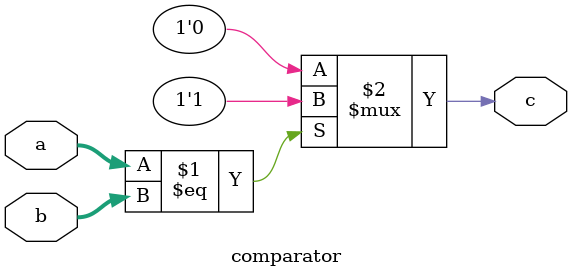
<source format=v>
module comparator(input[1:0] a, b, output c);
  assign c = (a == b) ? 1'b1 : 1'b0;
endmodule

</source>
